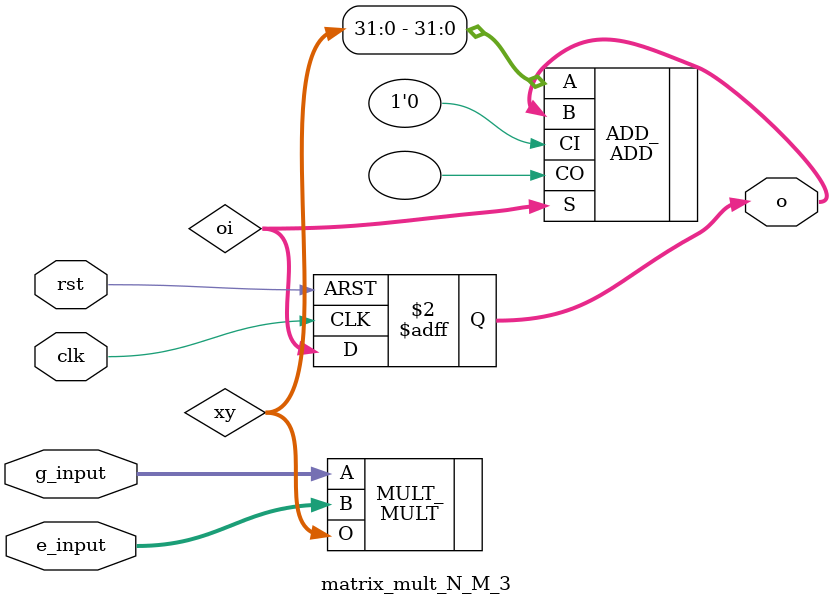
<source format=v>
`timescale 1ns / 1ps
module matrix_mult_N_M_3
#(
	parameter N=3,
	parameter M=32
)
(
	clk,
	rst,
	g_input,
	e_input,
	o
);
	input clk,rst;
	input[M-1:0] g_input;
	input[M-1:0] e_input;
	output reg[M-1:0] o;

	wire [2*M-1:0] xy;
	wire [M-1:0] oi;
	
	//assign xy = g_input*e_input;
	MULT 
	#(
		.N(M)
	) 
	MULT_ 
	(
		.A(g_input), 
		.B(e_input), 
		.O(xy)
	);


	ADD 
	#(
		.N(M)
	) 
	ADD_ 
	(
		.A(xy[M-1:0]), 
		.B(o), 
		.CI(1'b0), 
		.S(oi), 
		.CO()
	);

	always@(posedge clk or posedge rst)
	begin
		if(rst)
		begin
			o <= 'b0;
		end
		else
		begin
			o <= oi;
		end
	end
endmodule

</source>
